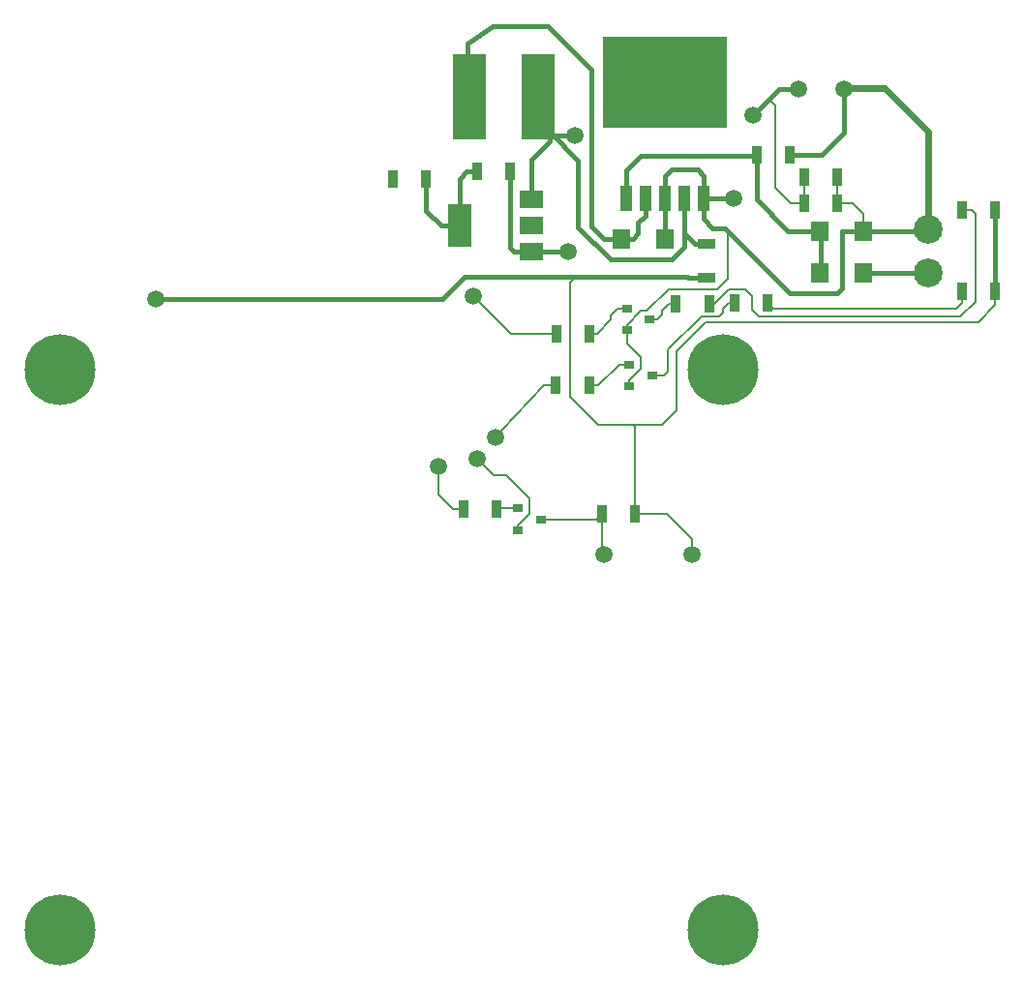
<source format=gtl>
G04 project-name*
%FSLAX35Y35*%
%MOMM*%
%ADD10C,0.4*%
%LPD*%
D10*
X7405390Y17246958D02*
G01*
X7874861Y17246958D01*
G04 P.L1.1(1)*
%LPD*%
%ADD11R,3X7.5*%
D11*
X3963301Y18789891D02*
D03*

G04 P.L1.2(2)*
%LPD*%
D11*
X4563302Y18789891D02*
D03*

G04 P.R1.1(1)*
%LPD*%
%ADD12R,1.6X0.9*%
D12*
X6038641Y17497011D02*
D03*

G04 P.R1.2(2)*
%LPD*%
D12*
X6038641Y17207011D02*
D03*

G04 P.R2.1(1)*
%LPD*%
%ADD13R,0.9X1.6*%
D13*
X3580317Y18068024D02*
D03*

G04 P.R2.2(2)*
%LPD*%
D13*
X3290317Y18068024D02*
D03*

G04 led1.DR.Q1.c(3)*
%LPD*%
%ADD14R,0.9X0.7*%
D14*
X5558399Y16350173D02*
D03*

G04 led1.DR.Q1.e(2)*
%LPD*%
D14*
X5358399Y16255174D02*
D03*

G04 led1.DR.Q1.b(1)*
%LPD*%
D14*
X5358399Y16445174D02*
D03*

G04 led1.DR.R1.1(1)*
%LPD*%
D13*
X5008100Y16262853D02*
D03*

G04 led1.DR.R1.2(2)*
%LPD*%
D13*
X4718100Y16262853D02*
D03*

G04 led1.R1.1(1)*
%LPD*%
D13*
X6572127Y16982967D02*
D03*

G04 led1.R1.2(2)*
%LPD*%
D13*
X6282127Y16982967D02*
D03*

G04 led2.DR.Q1.c(3)*
%LPD*%
D14*
X5537517Y16840697D02*
D03*

G04 led2.DR.Q1.e(2)*
%LPD*%
D14*
X5337517Y16745697D02*
D03*

G04 led2.DR.Q1.b(1)*
%LPD*%
D14*
X5337517Y16935697D02*
D03*

G04 led2.DR.R1.1(1)*
%LPD*%
D13*
X5012063Y16715504D02*
D03*

G04 led2.DR.R1.2(2)*
%LPD*%
D13*
X4722063Y16715504D02*
D03*

G04 led2.R1.1(1)*
%LPD*%
D13*
X6057216Y16976441D02*
D03*

G04 led2.R1.2(2)*
%LPD*%
D13*
X5767216Y16976441D02*
D03*

G04 beep.D.Q1.c(3)*
%LPD*%
D14*
X4584206Y15091405D02*
D03*

G04 beep.D.Q1.e(2)*
%LPD*%
D14*
X4384206Y14996405D02*
D03*

G04 beep.D.Q1.b(1)*
%LPD*%
D14*
X4384206Y15186405D02*
D03*

G04 beep.D.R1.1(1)*
%LPD*%
D13*
X4199875Y15181060D02*
D03*

G04 beep.D.R1.2(2)*
%LPD*%
D13*
X3909875Y15181060D02*
D03*

G04 beep.R1.1(1)*
%LPD*%
D13*
X5411381Y15141977D02*
D03*

G04 beep.R1.2(2)*
%LPD*%
D13*
X5121381Y15141977D02*
D03*

G04 P.C3.C1.c(1)*
%LPD*%
D13*
X7176162Y18085653D02*
D03*

G04 P.C3.C1.a(2)*
%LPD*%
D13*
X6886162Y18085653D02*
D03*

G04 P.C3.C2.c(1)*
%LPD*%
D13*
X7177374Y17859514D02*
D03*

G04 P.C3.C2.a(2)*
%LPD*%
D13*
X6887374Y17859514D02*
D03*

G04 P.C13.c(1)*
%LPD*%
D13*
X6764172Y18279091D02*
D03*

G04 P.C13.a(2)*
%LPD*%
D13*
X6474172Y18279091D02*
D03*

G04 P.C11.c(1)*
%LPD*%
D13*
X4314768Y18131399D02*
D03*

G04 P.C11.a(2)*
%LPD*%
D13*
X4024768Y18131399D02*
D03*

G04 P.D14.c(1)*
%LPD*%
%ADD15R,1.52X1.68*%
D15*
X7029599Y17614600D02*
D03*

G04 P.D14.a(2)*
%LPD*%
D15*
X7405599Y17614600D02*
D03*

G04 P.D13.c(1)*
%LPD*%
D15*
X7029390Y17246958D02*
D03*

G04 P.D13.a(2)*
%LPD*%
D15*
X7405390Y17246958D02*
D03*

G04 P.D15.c(1)*
%LPD*%
D15*
X5291559Y17544523D02*
D03*

G04 P.D15.a(2)*
%LPD*%
D15*
X5667559Y17544523D02*
D03*

G04 led1.D1.c(1)*
%LPD*%
D13*
X8267645Y17082353D02*
D03*

G04 led1.D1.a(2)*
%LPD*%
D13*
X8557645Y17082353D02*
D03*

G04 led2.D1.c(1)*
%LPD*%
D13*
X8267645Y17793353D02*
D03*

G04 led2.D1.a(2)*
%LPD*%
D13*
X8557645Y17793353D02*
D03*

G04 cn2.GND(1)*
%LPD*%
%ADD16C,2.52*%
D16*
X7970945Y17623353D02*
D03*

G04 cn2.Vin(2)*
%LPD*%
D16*
X7970945Y17242353D02*
D03*

G04 undefined.(undefined)*
%LPD*%
%ADD17C,1.5*%
D17*
X4828637Y17428871D02*
D03*


%LPD*%
D10*
X4828637Y17428871D02*
G01*
X4525345Y17428871D01*

%LPD*%
D10*
X7034290Y17221148D02*
G01*
X7034290Y17642461D01*

%LPD*%
D10*
X7352599Y17614600D02*
G01*
X7966984Y17614600D01*

%LPD*%
D10*
X5670230Y17899008D02*
G01*
X5670230Y18093798D01*
X5728493Y18152061D01*
X5955384Y18152061D01*
X6010630Y18096815D01*
X6010630Y17899008D01*

%LPD*%
D10*
X7379268Y17613800D02*
G01*
X7217187Y17610971D01*
X7217187Y17113134D01*
X7175955Y17071902D01*
X6763250Y17071902D01*
X6197103Y17638049D01*
X6089359Y17638049D01*
X6010630Y17716777D01*
X6010630Y17899008D01*
G04 undefined.(undefined)*
%LPD*%
D17*
X6275902Y17902415D02*
D03*


%LPD*%
D10*
X6275902Y17902415D02*
G01*
X6032436Y17902415D01*
G04 undefined.(undefined)*
%LPD*%
D17*
X1219678Y17021682D02*
D03*


%LPD*%
D10*
X1219678Y17021682D02*
G01*
X3723162Y17021682D01*
X3914461Y17212980D01*
X5867790Y17212980D01*
X5873759Y17207011D01*
X6038641Y17207011D01*

%LPD*%
D10*
X3873535Y17660947D02*
G01*
X3873535Y18067639D01*
X3937296Y18131399D01*
X4024768Y18131399D01*

%LPD*%
D10*
X3873535Y17660947D02*
G01*
X3711506Y17660947D01*
X3580317Y17792135D01*
X3580317Y18068024D01*

%LPD*%
D10*
X3949654Y18910785D02*
G01*
X3945957Y19249659D01*
X4161965Y19409521D01*
X4642942Y19409521D01*
X5028558Y19023904D01*
X5028558Y17649485D01*
X5133520Y17544523D01*
X5286196Y17544523D01*

%LPD*%
D10*
X5669035Y17544523D02*
G01*
X5669035Y17823275D01*
G04 undefined.(undefined)*
%LPD*%
D17*
X6440756Y18623119D02*
D03*

G04 undefined.(undefined)*
%LPD*%
D17*
X4885056Y18450042D02*
D03*


%LPD*%
D10*
X6828657Y18854316D02*
G01*
X6724303Y18854316D01*
X6725064Y18855077D01*
X6672714Y18855077D01*
X6440756Y18623119D01*

%LPD*%
D10*
X4885056Y18450042D02*
G01*
X4689873Y18450042D01*
X4663301Y18476614D01*
X4663301Y18774785D01*

%LPD*%
D10*
X4503536Y17430947D02*
G01*
X4350003Y17430947D01*
X4314768Y17466181D01*
X4314768Y18131399D01*

%LPD*%
D10*
X4503536Y17890947D02*
G01*
X4503536Y18239986D01*
X4663301Y18399752D01*
X4663301Y18789891D01*
G04 undefined.(undefined)*
%LPD*%
D17*
X4186715Y15807812D02*
D03*

%ADD18C,0.2*%
%LPD*%
D18*
X4718100Y16262853D02*
G01*
X4615353Y16262853D01*
X4243291Y15864388D01*
X4186715Y15807812D01*
G04 undefined.(undefined)*
%LPD*%
D17*
X3996034Y17045917D02*
D03*


%LPD*%
D18*
X4722063Y16715504D02*
G01*
X4326446Y16715504D01*
X3996034Y17045917D01*

%LPD*%
D18*
X5337518Y16745697D02*
G01*
X5337518Y16632614D01*
X5459797Y16510334D01*
X5459797Y16405236D01*
X5358400Y16303838D01*
X5358400Y16255174D01*

%LPD*%
D18*
X5337518Y16745697D02*
G01*
X5337518Y16792588D01*
X5458794Y16913864D01*
X5510557Y16913864D01*
X5702671Y17105977D01*
X6129298Y17105977D01*
X6220737Y17197416D01*
X6220737Y17616101D01*
X6196075Y17640762D01*
X6083796Y17640762D01*
X6010630Y17713928D01*
X6010630Y17899008D01*

%LPD*%
D18*
X5012063Y16715504D02*
G01*
X5075599Y16715504D01*
X5200599Y16840505D01*
X5200599Y16876845D01*
X5259451Y16935697D01*
X5337518Y16935697D01*

%LPD*%
D18*
X8557645Y17082353D02*
G01*
X8557645Y16963911D01*
X8411653Y16817918D01*
X6029389Y16817918D01*
X5776006Y16564535D01*
X5776006Y16046992D01*
X5646171Y15917158D01*
X5085126Y15917158D01*
X4841992Y16160291D01*
X4841992Y17162144D01*
X4903405Y17223557D01*
X5136458Y17223557D01*

%LPD*%
D18*
X5008100Y16262853D02*
G01*
X5088411Y16262853D01*
X5270732Y16445174D01*
X5358400Y16445174D01*

%LPD*%
D10*
X8557645Y17082353D02*
G01*
X8557645Y17786906D01*

%LPD*%
D10*
X8557645Y17793353D02*
G01*
X8557645Y17793353D01*
%ADD19C,0.6*%
%LPD*%
D19*
X7972423Y17634431D02*
G01*
X7972423Y18480698D01*
X7592521Y18860600D01*
X7250691Y18860600D01*

%LPD*%
D10*
X5840431Y17899008D02*
G01*
X5840431Y17474292D01*
X5732520Y17366382D01*
X5192852Y17366382D01*
X4912590Y17646644D01*
X4912590Y18231233D01*
X4663301Y18480522D01*
X4663301Y18439906D01*

%LPD*%
D10*
X6038641Y17497011D02*
G01*
X5934862Y17497011D01*
X5840431Y17591442D01*
X5840431Y17899008D01*

%LPD*%
D10*
X5291559Y17544523D02*
G01*
X5389198Y17544523D01*
X5436913Y17592238D01*
X5436913Y17684076D01*
X5500031Y17747193D01*
X5500031Y17899008D01*

%LPD*%
D10*
X5329830Y17899008D02*
G01*
X5329830Y18141019D01*
X5462456Y18273644D01*
X6474172Y18273644D01*

%LPD*%
D10*
X6474172Y18279091D02*
G01*
X6474172Y17888852D01*
X6748423Y17614600D01*
X7029599Y17614600D01*

%LPD*%
D10*
X6764172Y18279091D02*
G01*
X7046486Y18279091D01*
X7239362Y18471968D01*
X7239362Y18854316D01*

%LPD*%
D18*
X6886162Y18085653D02*
G01*
X6886162Y17885716D01*

%LPD*%
D18*
X6887374Y17859514D02*
G01*
X6773475Y17859514D01*
X6637454Y17995535D01*
X6637454Y18707402D01*
X6573876Y18770979D01*

%LPD*%
D18*
X7176162Y18085653D02*
G01*
X7176162Y17888814D01*

%LPD*%
D18*
X7177374Y17859514D02*
G01*
X7310641Y17859514D01*
X7405599Y17764557D01*
X7405599Y17614600D01*

%LPD*%
D18*
X8267645Y17082353D02*
G01*
X8267645Y16982899D01*
X8221626Y16936879D01*
X6618215Y16936879D01*
X6572127Y16982967D01*

%LPD*%
D18*
X8267645Y17793353D02*
G01*
X8355161Y17793353D01*
X8387415Y17761100D01*
X8387415Y16992473D01*
X8257260Y16862318D01*
X6491156Y16862318D01*
X6431571Y16921902D01*
X6431571Y17044131D01*
X6371180Y17104523D01*
X6226904Y17104523D01*
X6098823Y16976441D01*
X6057216Y16976441D01*

%LPD*%
D18*
X6282127Y16982967D02*
G01*
X6231525Y16982967D01*
X6179936Y16931378D01*
X6179936Y16899455D01*
X6145609Y16865128D01*
X5990884Y16865128D01*
X5700406Y16574650D01*
X5700406Y16386162D01*
X5664418Y16350173D01*
X5558400Y16350173D01*

%LPD*%
D18*
X5767216Y16976441D02*
G01*
X5701699Y16976441D01*
X5643996Y16918738D01*
X5643996Y16880014D01*
X5604679Y16840697D01*
X5537518Y16840697D01*
G04 undefined.(undefined)*
%LPD*%
D17*
X4030561Y15617759D02*
D03*


%LPD*%
D18*
X4384206Y14996405D02*
G01*
X4384206Y15034035D01*
X4487952Y15137781D01*
X4487952Y15270481D01*
X4279021Y15479413D01*
X4168908Y15479413D01*
X4030561Y15617759D01*

%LPD*%
D18*
X4384206Y15186405D02*
G01*
X4228093Y15186405D01*

%LPD*%
D18*
X4584207Y15091405D02*
G01*
X5070809Y15091405D01*
X5121381Y15141977D01*

%LPD*%
D18*
X5121381Y15141977D02*
G01*
X5121381Y14795699D01*
X5136988Y14780092D01*

%LPD*%
D18*
X5411381Y15141977D02*
G01*
X5686342Y15141977D01*
X5906988Y14921331D01*
X5906988Y14780092D01*

%LPD*%
D18*
X5411381Y15141977D02*
G01*
X5411381Y15896591D01*
X5388613Y15919358D01*
G04 undefined.(undefined)*
%LPD*%
D17*
X3687946Y15556985D02*
D03*


%LPD*%
D18*
X3909875Y15181060D02*
G01*
X3909875Y15181060D01*

%LPD*%
D18*
X3687946Y15556985D02*
G01*
X3687946Y15311074D01*
X3817959Y15181060D01*
X3909875Y15181060D01*
G04 beep.b.c(1)*
%LPD*%
D17*
X5136988Y14780092D02*
D03*

G04 beep.b.a(2)*
%LPD*%
D17*
X5906988Y14780092D02*
D03*

G04 __1.M3(1)*
%LPD*%
%ADD20C,6.2*%
D20*
X377955Y16397353D02*
D03*

G04 __2.M3(1)*
%LPD*%
D20*
X6177955Y16397353D02*
D03*

G04 __3.M3(1)*
%LPD*%
D20*
X377955Y11497353D02*
D03*

G04 __4.M3(1)*
%LPD*%
D20*
X6177955Y11497353D02*
D03*

G04 P.C1.gnd(6)*
%LPD*%
%ADD21R,10.8X8*%
D21*
X5670230Y18916008D02*
D03*

G04 P.C1.onoff(5)*
%LPD*%
%ADD22R,1.07X2.16*%
D22*
X6010630Y17899008D02*
D03*

G04 P.C1.fb(4)*
%LPD*%
D22*
X5840431Y17899008D02*
D03*

G04 P.C1.gnd(3)*
%LPD*%
D22*
X5670230Y17899008D02*
D03*

G04 P.C1.out(2)*
%LPD*%
D22*
X5500031Y17899008D02*
D03*

G04 P.C1.vin(1)*
%LPD*%
D22*
X5329830Y17899008D02*
D03*

G04 P.C10.c(1)*
%LPD*%
D17*
X7239362Y18854316D02*
D03*

G04 P.C10.a(2)*
%LPD*%
D17*
X6839362Y18854316D02*
D03*

G04 P.C10.c(1)*
%LPD*%
D17*
X7239362Y18854316D02*
D03*

G04 P.C10.a(2)*
%LPD*%
D17*
X6839362Y18854316D02*
D03*

G04 P.C2.vout(4)*
%LPD*%
%ADD23R,2.15X3.8*%
D23*
X3873535Y17660947D02*
D03*

G04 P.C2.vin(3)*
%LPD*%
%ADD24R,2X1.5*%
D24*
X4503536Y17890947D02*
D03*

G04 P.C2.vout(2)*
%LPD*%
D24*
X4503536Y17660947D02*
D03*

G04 P.C2.gnd(1)*
%LPD*%
D24*
X4503536Y17430947D02*
D03*

M02*
</source>
